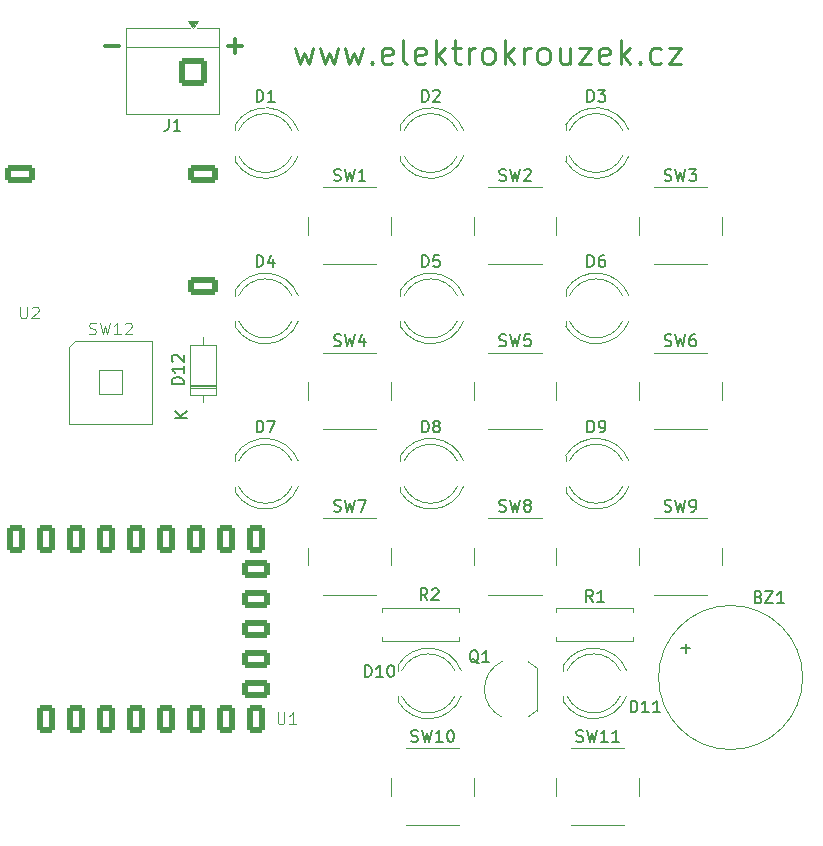
<source format=gto>
G04 #@! TF.GenerationSoftware,KiCad,Pcbnew,9.0.1*
G04 #@! TF.CreationDate,2025-06-15T19:26:54+02:00*
G04 #@! TF.ProjectId,piskvorky,7069736b-766f-4726-9b79-2e6b69636164,rev?*
G04 #@! TF.SameCoordinates,Original*
G04 #@! TF.FileFunction,Legend,Top*
G04 #@! TF.FilePolarity,Positive*
%FSLAX46Y46*%
G04 Gerber Fmt 4.6, Leading zero omitted, Abs format (unit mm)*
G04 Created by KiCad (PCBNEW 9.0.1) date 2025-06-15 19:26:54*
%MOMM*%
%LPD*%
G01*
G04 APERTURE LIST*
G04 Aperture macros list*
%AMRoundRect*
0 Rectangle with rounded corners*
0 $1 Rounding radius*
0 $2 $3 $4 $5 $6 $7 $8 $9 X,Y pos of 4 corners*
0 Add a 4 corners polygon primitive as box body*
4,1,4,$2,$3,$4,$5,$6,$7,$8,$9,$2,$3,0*
0 Add four circle primitives for the rounded corners*
1,1,$1+$1,$2,$3*
1,1,$1+$1,$4,$5*
1,1,$1+$1,$6,$7*
1,1,$1+$1,$8,$9*
0 Add four rect primitives between the rounded corners*
20,1,$1+$1,$2,$3,$4,$5,0*
20,1,$1+$1,$4,$5,$6,$7,0*
20,1,$1+$1,$6,$7,$8,$9,0*
20,1,$1+$1,$8,$9,$2,$3,0*%
%AMOutline4P*
0 Free polygon, 4 corners , with rotation*
0 The origin of the aperture is its center*
0 number of corners: always 4*
0 $1 to $8 corner X, Y*
0 $9 Rotation angle, in degrees counterclockwise*
0 create outline with 4 corners*
4,1,4,$1,$2,$3,$4,$5,$6,$7,$8,$1,$2,$9*%
G04 Aperture macros list end*
%ADD10C,0.300000*%
%ADD11C,0.260000*%
%ADD12C,0.150000*%
%ADD13C,0.100000*%
%ADD14C,0.120000*%
%ADD15C,3.250000*%
%ADD16R,1.000000X1.800000*%
%ADD17O,1.000000X1.800000*%
%ADD18C,2.000000*%
%ADD19R,2.000000X2.000000*%
%ADD20C,1.600000*%
%ADD21O,1.600000X1.600000*%
%ADD22R,1.524000X2.400000*%
%ADD23RoundRect,0.250000X0.512000X-0.950000X0.512000X0.950000X-0.512000X0.950000X-0.512000X-0.950000X0*%
%ADD24RoundRect,0.250000X0.950000X0.512000X-0.950000X0.512000X-0.950000X-0.512000X0.950000X-0.512000X0*%
%ADD25RoundRect,0.250000X-0.512000X0.950000X-0.512000X-0.950000X0.512000X-0.950000X0.512000X0.950000X0*%
%ADD26R,1.500000X1.500000*%
%ADD27C,1.500000*%
%ADD28Outline4P,-1.250000X0.762000X1.250000X0.762000X1.250000X-0.762000X-1.250000X-0.762000X0.000000*%
%ADD29RoundRect,0.250000X-1.000000X-0.512000X1.000000X-0.512000X1.000000X0.512000X-1.000000X0.512000X0*%
%ADD30R,1.600000X1.600000*%
%ADD31RoundRect,0.250001X0.949999X0.949999X-0.949999X0.949999X-0.949999X-0.949999X0.949999X-0.949999X0*%
%ADD32C,2.400000*%
G04 APERTURE END LIST*
D10*
X128354510Y-19779400D02*
X129497368Y-19779400D01*
X138754510Y-19779400D02*
X139897368Y-19779400D01*
X139325939Y-20350828D02*
X139325939Y-19207971D01*
D11*
X144456766Y-19958384D02*
X144837718Y-21291718D01*
X144837718Y-21291718D02*
X145218671Y-20339337D01*
X145218671Y-20339337D02*
X145599623Y-21291718D01*
X145599623Y-21291718D02*
X145980575Y-19958384D01*
X146552004Y-19958384D02*
X146932956Y-21291718D01*
X146932956Y-21291718D02*
X147313909Y-20339337D01*
X147313909Y-20339337D02*
X147694861Y-21291718D01*
X147694861Y-21291718D02*
X148075813Y-19958384D01*
X148647242Y-19958384D02*
X149028194Y-21291718D01*
X149028194Y-21291718D02*
X149409147Y-20339337D01*
X149409147Y-20339337D02*
X149790099Y-21291718D01*
X149790099Y-21291718D02*
X150171051Y-19958384D01*
X150932956Y-21101241D02*
X151028194Y-21196480D01*
X151028194Y-21196480D02*
X150932956Y-21291718D01*
X150932956Y-21291718D02*
X150837718Y-21196480D01*
X150837718Y-21196480D02*
X150932956Y-21101241D01*
X150932956Y-21101241D02*
X150932956Y-21291718D01*
X152647242Y-21196480D02*
X152456766Y-21291718D01*
X152456766Y-21291718D02*
X152075813Y-21291718D01*
X152075813Y-21291718D02*
X151885337Y-21196480D01*
X151885337Y-21196480D02*
X151790099Y-21006003D01*
X151790099Y-21006003D02*
X151790099Y-20244099D01*
X151790099Y-20244099D02*
X151885337Y-20053622D01*
X151885337Y-20053622D02*
X152075813Y-19958384D01*
X152075813Y-19958384D02*
X152456766Y-19958384D01*
X152456766Y-19958384D02*
X152647242Y-20053622D01*
X152647242Y-20053622D02*
X152742480Y-20244099D01*
X152742480Y-20244099D02*
X152742480Y-20434575D01*
X152742480Y-20434575D02*
X151790099Y-20625051D01*
X153885337Y-21291718D02*
X153694861Y-21196480D01*
X153694861Y-21196480D02*
X153599623Y-21006003D01*
X153599623Y-21006003D02*
X153599623Y-19291718D01*
X155409147Y-21196480D02*
X155218671Y-21291718D01*
X155218671Y-21291718D02*
X154837718Y-21291718D01*
X154837718Y-21291718D02*
X154647242Y-21196480D01*
X154647242Y-21196480D02*
X154552004Y-21006003D01*
X154552004Y-21006003D02*
X154552004Y-20244099D01*
X154552004Y-20244099D02*
X154647242Y-20053622D01*
X154647242Y-20053622D02*
X154837718Y-19958384D01*
X154837718Y-19958384D02*
X155218671Y-19958384D01*
X155218671Y-19958384D02*
X155409147Y-20053622D01*
X155409147Y-20053622D02*
X155504385Y-20244099D01*
X155504385Y-20244099D02*
X155504385Y-20434575D01*
X155504385Y-20434575D02*
X154552004Y-20625051D01*
X156361528Y-21291718D02*
X156361528Y-19291718D01*
X156552004Y-20529813D02*
X157123433Y-21291718D01*
X157123433Y-19958384D02*
X156361528Y-20720289D01*
X157694862Y-19958384D02*
X158456766Y-19958384D01*
X157980576Y-19291718D02*
X157980576Y-21006003D01*
X157980576Y-21006003D02*
X158075814Y-21196480D01*
X158075814Y-21196480D02*
X158266290Y-21291718D01*
X158266290Y-21291718D02*
X158456766Y-21291718D01*
X159123433Y-21291718D02*
X159123433Y-19958384D01*
X159123433Y-20339337D02*
X159218671Y-20148860D01*
X159218671Y-20148860D02*
X159313909Y-20053622D01*
X159313909Y-20053622D02*
X159504385Y-19958384D01*
X159504385Y-19958384D02*
X159694862Y-19958384D01*
X160647242Y-21291718D02*
X160456766Y-21196480D01*
X160456766Y-21196480D02*
X160361528Y-21101241D01*
X160361528Y-21101241D02*
X160266290Y-20910765D01*
X160266290Y-20910765D02*
X160266290Y-20339337D01*
X160266290Y-20339337D02*
X160361528Y-20148860D01*
X160361528Y-20148860D02*
X160456766Y-20053622D01*
X160456766Y-20053622D02*
X160647242Y-19958384D01*
X160647242Y-19958384D02*
X160932957Y-19958384D01*
X160932957Y-19958384D02*
X161123433Y-20053622D01*
X161123433Y-20053622D02*
X161218671Y-20148860D01*
X161218671Y-20148860D02*
X161313909Y-20339337D01*
X161313909Y-20339337D02*
X161313909Y-20910765D01*
X161313909Y-20910765D02*
X161218671Y-21101241D01*
X161218671Y-21101241D02*
X161123433Y-21196480D01*
X161123433Y-21196480D02*
X160932957Y-21291718D01*
X160932957Y-21291718D02*
X160647242Y-21291718D01*
X162171052Y-21291718D02*
X162171052Y-19291718D01*
X162361528Y-20529813D02*
X162932957Y-21291718D01*
X162932957Y-19958384D02*
X162171052Y-20720289D01*
X163790100Y-21291718D02*
X163790100Y-19958384D01*
X163790100Y-20339337D02*
X163885338Y-20148860D01*
X163885338Y-20148860D02*
X163980576Y-20053622D01*
X163980576Y-20053622D02*
X164171052Y-19958384D01*
X164171052Y-19958384D02*
X164361529Y-19958384D01*
X165313909Y-21291718D02*
X165123433Y-21196480D01*
X165123433Y-21196480D02*
X165028195Y-21101241D01*
X165028195Y-21101241D02*
X164932957Y-20910765D01*
X164932957Y-20910765D02*
X164932957Y-20339337D01*
X164932957Y-20339337D02*
X165028195Y-20148860D01*
X165028195Y-20148860D02*
X165123433Y-20053622D01*
X165123433Y-20053622D02*
X165313909Y-19958384D01*
X165313909Y-19958384D02*
X165599624Y-19958384D01*
X165599624Y-19958384D02*
X165790100Y-20053622D01*
X165790100Y-20053622D02*
X165885338Y-20148860D01*
X165885338Y-20148860D02*
X165980576Y-20339337D01*
X165980576Y-20339337D02*
X165980576Y-20910765D01*
X165980576Y-20910765D02*
X165885338Y-21101241D01*
X165885338Y-21101241D02*
X165790100Y-21196480D01*
X165790100Y-21196480D02*
X165599624Y-21291718D01*
X165599624Y-21291718D02*
X165313909Y-21291718D01*
X167694862Y-19958384D02*
X167694862Y-21291718D01*
X166837719Y-19958384D02*
X166837719Y-21006003D01*
X166837719Y-21006003D02*
X166932957Y-21196480D01*
X166932957Y-21196480D02*
X167123433Y-21291718D01*
X167123433Y-21291718D02*
X167409148Y-21291718D01*
X167409148Y-21291718D02*
X167599624Y-21196480D01*
X167599624Y-21196480D02*
X167694862Y-21101241D01*
X168456767Y-19958384D02*
X169504386Y-19958384D01*
X169504386Y-19958384D02*
X168456767Y-21291718D01*
X168456767Y-21291718D02*
X169504386Y-21291718D01*
X171028196Y-21196480D02*
X170837720Y-21291718D01*
X170837720Y-21291718D02*
X170456767Y-21291718D01*
X170456767Y-21291718D02*
X170266291Y-21196480D01*
X170266291Y-21196480D02*
X170171053Y-21006003D01*
X170171053Y-21006003D02*
X170171053Y-20244099D01*
X170171053Y-20244099D02*
X170266291Y-20053622D01*
X170266291Y-20053622D02*
X170456767Y-19958384D01*
X170456767Y-19958384D02*
X170837720Y-19958384D01*
X170837720Y-19958384D02*
X171028196Y-20053622D01*
X171028196Y-20053622D02*
X171123434Y-20244099D01*
X171123434Y-20244099D02*
X171123434Y-20434575D01*
X171123434Y-20434575D02*
X170171053Y-20625051D01*
X171980577Y-21291718D02*
X171980577Y-19291718D01*
X172171053Y-20529813D02*
X172742482Y-21291718D01*
X172742482Y-19958384D02*
X171980577Y-20720289D01*
X173599625Y-21101241D02*
X173694863Y-21196480D01*
X173694863Y-21196480D02*
X173599625Y-21291718D01*
X173599625Y-21291718D02*
X173504387Y-21196480D01*
X173504387Y-21196480D02*
X173599625Y-21101241D01*
X173599625Y-21101241D02*
X173599625Y-21291718D01*
X175409149Y-21196480D02*
X175218673Y-21291718D01*
X175218673Y-21291718D02*
X174837720Y-21291718D01*
X174837720Y-21291718D02*
X174647244Y-21196480D01*
X174647244Y-21196480D02*
X174552006Y-21101241D01*
X174552006Y-21101241D02*
X174456768Y-20910765D01*
X174456768Y-20910765D02*
X174456768Y-20339337D01*
X174456768Y-20339337D02*
X174552006Y-20148860D01*
X174552006Y-20148860D02*
X174647244Y-20053622D01*
X174647244Y-20053622D02*
X174837720Y-19958384D01*
X174837720Y-19958384D02*
X175218673Y-19958384D01*
X175218673Y-19958384D02*
X175409149Y-20053622D01*
X176075816Y-19958384D02*
X177123435Y-19958384D01*
X177123435Y-19958384D02*
X176075816Y-21291718D01*
X176075816Y-21291718D02*
X177123435Y-21291718D01*
D12*
X150335714Y-73204819D02*
X150335714Y-72204819D01*
X150335714Y-72204819D02*
X150573809Y-72204819D01*
X150573809Y-72204819D02*
X150716666Y-72252438D01*
X150716666Y-72252438D02*
X150811904Y-72347676D01*
X150811904Y-72347676D02*
X150859523Y-72442914D01*
X150859523Y-72442914D02*
X150907142Y-72633390D01*
X150907142Y-72633390D02*
X150907142Y-72776247D01*
X150907142Y-72776247D02*
X150859523Y-72966723D01*
X150859523Y-72966723D02*
X150811904Y-73061961D01*
X150811904Y-73061961D02*
X150716666Y-73157200D01*
X150716666Y-73157200D02*
X150573809Y-73204819D01*
X150573809Y-73204819D02*
X150335714Y-73204819D01*
X151859523Y-73204819D02*
X151288095Y-73204819D01*
X151573809Y-73204819D02*
X151573809Y-72204819D01*
X151573809Y-72204819D02*
X151478571Y-72347676D01*
X151478571Y-72347676D02*
X151383333Y-72442914D01*
X151383333Y-72442914D02*
X151288095Y-72490533D01*
X152478571Y-72204819D02*
X152573809Y-72204819D01*
X152573809Y-72204819D02*
X152669047Y-72252438D01*
X152669047Y-72252438D02*
X152716666Y-72300057D01*
X152716666Y-72300057D02*
X152764285Y-72395295D01*
X152764285Y-72395295D02*
X152811904Y-72585771D01*
X152811904Y-72585771D02*
X152811904Y-72823866D01*
X152811904Y-72823866D02*
X152764285Y-73014342D01*
X152764285Y-73014342D02*
X152716666Y-73109580D01*
X152716666Y-73109580D02*
X152669047Y-73157200D01*
X152669047Y-73157200D02*
X152573809Y-73204819D01*
X152573809Y-73204819D02*
X152478571Y-73204819D01*
X152478571Y-73204819D02*
X152383333Y-73157200D01*
X152383333Y-73157200D02*
X152335714Y-73109580D01*
X152335714Y-73109580D02*
X152288095Y-73014342D01*
X152288095Y-73014342D02*
X152240476Y-72823866D01*
X152240476Y-72823866D02*
X152240476Y-72585771D01*
X152240476Y-72585771D02*
X152288095Y-72395295D01*
X152288095Y-72395295D02*
X152335714Y-72300057D01*
X152335714Y-72300057D02*
X152383333Y-72252438D01*
X152383333Y-72252438D02*
X152478571Y-72204819D01*
X175716667Y-45157200D02*
X175859524Y-45204819D01*
X175859524Y-45204819D02*
X176097619Y-45204819D01*
X176097619Y-45204819D02*
X176192857Y-45157200D01*
X176192857Y-45157200D02*
X176240476Y-45109580D01*
X176240476Y-45109580D02*
X176288095Y-45014342D01*
X176288095Y-45014342D02*
X176288095Y-44919104D01*
X176288095Y-44919104D02*
X176240476Y-44823866D01*
X176240476Y-44823866D02*
X176192857Y-44776247D01*
X176192857Y-44776247D02*
X176097619Y-44728628D01*
X176097619Y-44728628D02*
X175907143Y-44681009D01*
X175907143Y-44681009D02*
X175811905Y-44633390D01*
X175811905Y-44633390D02*
X175764286Y-44585771D01*
X175764286Y-44585771D02*
X175716667Y-44490533D01*
X175716667Y-44490533D02*
X175716667Y-44395295D01*
X175716667Y-44395295D02*
X175764286Y-44300057D01*
X175764286Y-44300057D02*
X175811905Y-44252438D01*
X175811905Y-44252438D02*
X175907143Y-44204819D01*
X175907143Y-44204819D02*
X176145238Y-44204819D01*
X176145238Y-44204819D02*
X176288095Y-44252438D01*
X176621429Y-44204819D02*
X176859524Y-45204819D01*
X176859524Y-45204819D02*
X177050000Y-44490533D01*
X177050000Y-44490533D02*
X177240476Y-45204819D01*
X177240476Y-45204819D02*
X177478572Y-44204819D01*
X178288095Y-44204819D02*
X178097619Y-44204819D01*
X178097619Y-44204819D02*
X178002381Y-44252438D01*
X178002381Y-44252438D02*
X177954762Y-44300057D01*
X177954762Y-44300057D02*
X177859524Y-44442914D01*
X177859524Y-44442914D02*
X177811905Y-44633390D01*
X177811905Y-44633390D02*
X177811905Y-45014342D01*
X177811905Y-45014342D02*
X177859524Y-45109580D01*
X177859524Y-45109580D02*
X177907143Y-45157200D01*
X177907143Y-45157200D02*
X178002381Y-45204819D01*
X178002381Y-45204819D02*
X178192857Y-45204819D01*
X178192857Y-45204819D02*
X178288095Y-45157200D01*
X178288095Y-45157200D02*
X178335714Y-45109580D01*
X178335714Y-45109580D02*
X178383333Y-45014342D01*
X178383333Y-45014342D02*
X178383333Y-44776247D01*
X178383333Y-44776247D02*
X178335714Y-44681009D01*
X178335714Y-44681009D02*
X178288095Y-44633390D01*
X178288095Y-44633390D02*
X178192857Y-44585771D01*
X178192857Y-44585771D02*
X178002381Y-44585771D01*
X178002381Y-44585771D02*
X177907143Y-44633390D01*
X177907143Y-44633390D02*
X177859524Y-44681009D01*
X177859524Y-44681009D02*
X177811905Y-44776247D01*
X183669047Y-66431009D02*
X183811904Y-66478628D01*
X183811904Y-66478628D02*
X183859523Y-66526247D01*
X183859523Y-66526247D02*
X183907142Y-66621485D01*
X183907142Y-66621485D02*
X183907142Y-66764342D01*
X183907142Y-66764342D02*
X183859523Y-66859580D01*
X183859523Y-66859580D02*
X183811904Y-66907200D01*
X183811904Y-66907200D02*
X183716666Y-66954819D01*
X183716666Y-66954819D02*
X183335714Y-66954819D01*
X183335714Y-66954819D02*
X183335714Y-65954819D01*
X183335714Y-65954819D02*
X183669047Y-65954819D01*
X183669047Y-65954819D02*
X183764285Y-66002438D01*
X183764285Y-66002438D02*
X183811904Y-66050057D01*
X183811904Y-66050057D02*
X183859523Y-66145295D01*
X183859523Y-66145295D02*
X183859523Y-66240533D01*
X183859523Y-66240533D02*
X183811904Y-66335771D01*
X183811904Y-66335771D02*
X183764285Y-66383390D01*
X183764285Y-66383390D02*
X183669047Y-66431009D01*
X183669047Y-66431009D02*
X183335714Y-66431009D01*
X184240476Y-65954819D02*
X184907142Y-65954819D01*
X184907142Y-65954819D02*
X184240476Y-66954819D01*
X184240476Y-66954819D02*
X184907142Y-66954819D01*
X185811904Y-66954819D02*
X185240476Y-66954819D01*
X185526190Y-66954819D02*
X185526190Y-65954819D01*
X185526190Y-65954819D02*
X185430952Y-66097676D01*
X185430952Y-66097676D02*
X185335714Y-66192914D01*
X185335714Y-66192914D02*
X185240476Y-66240533D01*
X177109048Y-70783866D02*
X177870953Y-70783866D01*
X177490000Y-71164819D02*
X177490000Y-70402914D01*
X169166905Y-24494819D02*
X169166905Y-23494819D01*
X169166905Y-23494819D02*
X169405000Y-23494819D01*
X169405000Y-23494819D02*
X169547857Y-23542438D01*
X169547857Y-23542438D02*
X169643095Y-23637676D01*
X169643095Y-23637676D02*
X169690714Y-23732914D01*
X169690714Y-23732914D02*
X169738333Y-23923390D01*
X169738333Y-23923390D02*
X169738333Y-24066247D01*
X169738333Y-24066247D02*
X169690714Y-24256723D01*
X169690714Y-24256723D02*
X169643095Y-24351961D01*
X169643095Y-24351961D02*
X169547857Y-24447200D01*
X169547857Y-24447200D02*
X169405000Y-24494819D01*
X169405000Y-24494819D02*
X169166905Y-24494819D01*
X170071667Y-23494819D02*
X170690714Y-23494819D01*
X170690714Y-23494819D02*
X170357381Y-23875771D01*
X170357381Y-23875771D02*
X170500238Y-23875771D01*
X170500238Y-23875771D02*
X170595476Y-23923390D01*
X170595476Y-23923390D02*
X170643095Y-23971009D01*
X170643095Y-23971009D02*
X170690714Y-24066247D01*
X170690714Y-24066247D02*
X170690714Y-24304342D01*
X170690714Y-24304342D02*
X170643095Y-24399580D01*
X170643095Y-24399580D02*
X170595476Y-24447200D01*
X170595476Y-24447200D02*
X170500238Y-24494819D01*
X170500238Y-24494819D02*
X170214524Y-24494819D01*
X170214524Y-24494819D02*
X170119286Y-24447200D01*
X170119286Y-24447200D02*
X170071667Y-24399580D01*
X169633333Y-66834819D02*
X169300000Y-66358628D01*
X169061905Y-66834819D02*
X169061905Y-65834819D01*
X169061905Y-65834819D02*
X169442857Y-65834819D01*
X169442857Y-65834819D02*
X169538095Y-65882438D01*
X169538095Y-65882438D02*
X169585714Y-65930057D01*
X169585714Y-65930057D02*
X169633333Y-66025295D01*
X169633333Y-66025295D02*
X169633333Y-66168152D01*
X169633333Y-66168152D02*
X169585714Y-66263390D01*
X169585714Y-66263390D02*
X169538095Y-66311009D01*
X169538095Y-66311009D02*
X169442857Y-66358628D01*
X169442857Y-66358628D02*
X169061905Y-66358628D01*
X170585714Y-66834819D02*
X170014286Y-66834819D01*
X170300000Y-66834819D02*
X170300000Y-65834819D01*
X170300000Y-65834819D02*
X170204762Y-65977676D01*
X170204762Y-65977676D02*
X170109524Y-66072914D01*
X170109524Y-66072914D02*
X170014286Y-66120533D01*
X154240476Y-78657200D02*
X154383333Y-78704819D01*
X154383333Y-78704819D02*
X154621428Y-78704819D01*
X154621428Y-78704819D02*
X154716666Y-78657200D01*
X154716666Y-78657200D02*
X154764285Y-78609580D01*
X154764285Y-78609580D02*
X154811904Y-78514342D01*
X154811904Y-78514342D02*
X154811904Y-78419104D01*
X154811904Y-78419104D02*
X154764285Y-78323866D01*
X154764285Y-78323866D02*
X154716666Y-78276247D01*
X154716666Y-78276247D02*
X154621428Y-78228628D01*
X154621428Y-78228628D02*
X154430952Y-78181009D01*
X154430952Y-78181009D02*
X154335714Y-78133390D01*
X154335714Y-78133390D02*
X154288095Y-78085771D01*
X154288095Y-78085771D02*
X154240476Y-77990533D01*
X154240476Y-77990533D02*
X154240476Y-77895295D01*
X154240476Y-77895295D02*
X154288095Y-77800057D01*
X154288095Y-77800057D02*
X154335714Y-77752438D01*
X154335714Y-77752438D02*
X154430952Y-77704819D01*
X154430952Y-77704819D02*
X154669047Y-77704819D01*
X154669047Y-77704819D02*
X154811904Y-77752438D01*
X155145238Y-77704819D02*
X155383333Y-78704819D01*
X155383333Y-78704819D02*
X155573809Y-77990533D01*
X155573809Y-77990533D02*
X155764285Y-78704819D01*
X155764285Y-78704819D02*
X156002381Y-77704819D01*
X156907142Y-78704819D02*
X156335714Y-78704819D01*
X156621428Y-78704819D02*
X156621428Y-77704819D01*
X156621428Y-77704819D02*
X156526190Y-77847676D01*
X156526190Y-77847676D02*
X156430952Y-77942914D01*
X156430952Y-77942914D02*
X156335714Y-77990533D01*
X157526190Y-77704819D02*
X157621428Y-77704819D01*
X157621428Y-77704819D02*
X157716666Y-77752438D01*
X157716666Y-77752438D02*
X157764285Y-77800057D01*
X157764285Y-77800057D02*
X157811904Y-77895295D01*
X157811904Y-77895295D02*
X157859523Y-78085771D01*
X157859523Y-78085771D02*
X157859523Y-78323866D01*
X157859523Y-78323866D02*
X157811904Y-78514342D01*
X157811904Y-78514342D02*
X157764285Y-78609580D01*
X157764285Y-78609580D02*
X157716666Y-78657200D01*
X157716666Y-78657200D02*
X157621428Y-78704819D01*
X157621428Y-78704819D02*
X157526190Y-78704819D01*
X157526190Y-78704819D02*
X157430952Y-78657200D01*
X157430952Y-78657200D02*
X157383333Y-78609580D01*
X157383333Y-78609580D02*
X157335714Y-78514342D01*
X157335714Y-78514342D02*
X157288095Y-78323866D01*
X157288095Y-78323866D02*
X157288095Y-78085771D01*
X157288095Y-78085771D02*
X157335714Y-77895295D01*
X157335714Y-77895295D02*
X157383333Y-77800057D01*
X157383333Y-77800057D02*
X157430952Y-77752438D01*
X157430952Y-77752438D02*
X157526190Y-77704819D01*
X161716667Y-59157200D02*
X161859524Y-59204819D01*
X161859524Y-59204819D02*
X162097619Y-59204819D01*
X162097619Y-59204819D02*
X162192857Y-59157200D01*
X162192857Y-59157200D02*
X162240476Y-59109580D01*
X162240476Y-59109580D02*
X162288095Y-59014342D01*
X162288095Y-59014342D02*
X162288095Y-58919104D01*
X162288095Y-58919104D02*
X162240476Y-58823866D01*
X162240476Y-58823866D02*
X162192857Y-58776247D01*
X162192857Y-58776247D02*
X162097619Y-58728628D01*
X162097619Y-58728628D02*
X161907143Y-58681009D01*
X161907143Y-58681009D02*
X161811905Y-58633390D01*
X161811905Y-58633390D02*
X161764286Y-58585771D01*
X161764286Y-58585771D02*
X161716667Y-58490533D01*
X161716667Y-58490533D02*
X161716667Y-58395295D01*
X161716667Y-58395295D02*
X161764286Y-58300057D01*
X161764286Y-58300057D02*
X161811905Y-58252438D01*
X161811905Y-58252438D02*
X161907143Y-58204819D01*
X161907143Y-58204819D02*
X162145238Y-58204819D01*
X162145238Y-58204819D02*
X162288095Y-58252438D01*
X162621429Y-58204819D02*
X162859524Y-59204819D01*
X162859524Y-59204819D02*
X163050000Y-58490533D01*
X163050000Y-58490533D02*
X163240476Y-59204819D01*
X163240476Y-59204819D02*
X163478572Y-58204819D01*
X164002381Y-58633390D02*
X163907143Y-58585771D01*
X163907143Y-58585771D02*
X163859524Y-58538152D01*
X163859524Y-58538152D02*
X163811905Y-58442914D01*
X163811905Y-58442914D02*
X163811905Y-58395295D01*
X163811905Y-58395295D02*
X163859524Y-58300057D01*
X163859524Y-58300057D02*
X163907143Y-58252438D01*
X163907143Y-58252438D02*
X164002381Y-58204819D01*
X164002381Y-58204819D02*
X164192857Y-58204819D01*
X164192857Y-58204819D02*
X164288095Y-58252438D01*
X164288095Y-58252438D02*
X164335714Y-58300057D01*
X164335714Y-58300057D02*
X164383333Y-58395295D01*
X164383333Y-58395295D02*
X164383333Y-58442914D01*
X164383333Y-58442914D02*
X164335714Y-58538152D01*
X164335714Y-58538152D02*
X164288095Y-58585771D01*
X164288095Y-58585771D02*
X164192857Y-58633390D01*
X164192857Y-58633390D02*
X164002381Y-58633390D01*
X164002381Y-58633390D02*
X163907143Y-58681009D01*
X163907143Y-58681009D02*
X163859524Y-58728628D01*
X163859524Y-58728628D02*
X163811905Y-58823866D01*
X163811905Y-58823866D02*
X163811905Y-59014342D01*
X163811905Y-59014342D02*
X163859524Y-59109580D01*
X163859524Y-59109580D02*
X163907143Y-59157200D01*
X163907143Y-59157200D02*
X164002381Y-59204819D01*
X164002381Y-59204819D02*
X164192857Y-59204819D01*
X164192857Y-59204819D02*
X164288095Y-59157200D01*
X164288095Y-59157200D02*
X164335714Y-59109580D01*
X164335714Y-59109580D02*
X164383333Y-59014342D01*
X164383333Y-59014342D02*
X164383333Y-58823866D01*
X164383333Y-58823866D02*
X164335714Y-58728628D01*
X164335714Y-58728628D02*
X164288095Y-58681009D01*
X164288095Y-58681009D02*
X164192857Y-58633390D01*
X147716667Y-59157200D02*
X147859524Y-59204819D01*
X147859524Y-59204819D02*
X148097619Y-59204819D01*
X148097619Y-59204819D02*
X148192857Y-59157200D01*
X148192857Y-59157200D02*
X148240476Y-59109580D01*
X148240476Y-59109580D02*
X148288095Y-59014342D01*
X148288095Y-59014342D02*
X148288095Y-58919104D01*
X148288095Y-58919104D02*
X148240476Y-58823866D01*
X148240476Y-58823866D02*
X148192857Y-58776247D01*
X148192857Y-58776247D02*
X148097619Y-58728628D01*
X148097619Y-58728628D02*
X147907143Y-58681009D01*
X147907143Y-58681009D02*
X147811905Y-58633390D01*
X147811905Y-58633390D02*
X147764286Y-58585771D01*
X147764286Y-58585771D02*
X147716667Y-58490533D01*
X147716667Y-58490533D02*
X147716667Y-58395295D01*
X147716667Y-58395295D02*
X147764286Y-58300057D01*
X147764286Y-58300057D02*
X147811905Y-58252438D01*
X147811905Y-58252438D02*
X147907143Y-58204819D01*
X147907143Y-58204819D02*
X148145238Y-58204819D01*
X148145238Y-58204819D02*
X148288095Y-58252438D01*
X148621429Y-58204819D02*
X148859524Y-59204819D01*
X148859524Y-59204819D02*
X149050000Y-58490533D01*
X149050000Y-58490533D02*
X149240476Y-59204819D01*
X149240476Y-59204819D02*
X149478572Y-58204819D01*
X149764286Y-58204819D02*
X150430952Y-58204819D01*
X150430952Y-58204819D02*
X150002381Y-59204819D01*
X161716667Y-45157200D02*
X161859524Y-45204819D01*
X161859524Y-45204819D02*
X162097619Y-45204819D01*
X162097619Y-45204819D02*
X162192857Y-45157200D01*
X162192857Y-45157200D02*
X162240476Y-45109580D01*
X162240476Y-45109580D02*
X162288095Y-45014342D01*
X162288095Y-45014342D02*
X162288095Y-44919104D01*
X162288095Y-44919104D02*
X162240476Y-44823866D01*
X162240476Y-44823866D02*
X162192857Y-44776247D01*
X162192857Y-44776247D02*
X162097619Y-44728628D01*
X162097619Y-44728628D02*
X161907143Y-44681009D01*
X161907143Y-44681009D02*
X161811905Y-44633390D01*
X161811905Y-44633390D02*
X161764286Y-44585771D01*
X161764286Y-44585771D02*
X161716667Y-44490533D01*
X161716667Y-44490533D02*
X161716667Y-44395295D01*
X161716667Y-44395295D02*
X161764286Y-44300057D01*
X161764286Y-44300057D02*
X161811905Y-44252438D01*
X161811905Y-44252438D02*
X161907143Y-44204819D01*
X161907143Y-44204819D02*
X162145238Y-44204819D01*
X162145238Y-44204819D02*
X162288095Y-44252438D01*
X162621429Y-44204819D02*
X162859524Y-45204819D01*
X162859524Y-45204819D02*
X163050000Y-44490533D01*
X163050000Y-44490533D02*
X163240476Y-45204819D01*
X163240476Y-45204819D02*
X163478572Y-44204819D01*
X164335714Y-44204819D02*
X163859524Y-44204819D01*
X163859524Y-44204819D02*
X163811905Y-44681009D01*
X163811905Y-44681009D02*
X163859524Y-44633390D01*
X163859524Y-44633390D02*
X163954762Y-44585771D01*
X163954762Y-44585771D02*
X164192857Y-44585771D01*
X164192857Y-44585771D02*
X164288095Y-44633390D01*
X164288095Y-44633390D02*
X164335714Y-44681009D01*
X164335714Y-44681009D02*
X164383333Y-44776247D01*
X164383333Y-44776247D02*
X164383333Y-45014342D01*
X164383333Y-45014342D02*
X164335714Y-45109580D01*
X164335714Y-45109580D02*
X164288095Y-45157200D01*
X164288095Y-45157200D02*
X164192857Y-45204819D01*
X164192857Y-45204819D02*
X163954762Y-45204819D01*
X163954762Y-45204819D02*
X163859524Y-45157200D01*
X163859524Y-45157200D02*
X163811905Y-45109580D01*
D13*
X142948095Y-76207419D02*
X142948095Y-77016942D01*
X142948095Y-77016942D02*
X142995714Y-77112180D01*
X142995714Y-77112180D02*
X143043333Y-77159800D01*
X143043333Y-77159800D02*
X143138571Y-77207419D01*
X143138571Y-77207419D02*
X143329047Y-77207419D01*
X143329047Y-77207419D02*
X143424285Y-77159800D01*
X143424285Y-77159800D02*
X143471904Y-77112180D01*
X143471904Y-77112180D02*
X143519523Y-77016942D01*
X143519523Y-77016942D02*
X143519523Y-76207419D01*
X144519523Y-77207419D02*
X143948095Y-77207419D01*
X144233809Y-77207419D02*
X144233809Y-76207419D01*
X144233809Y-76207419D02*
X144138571Y-76350276D01*
X144138571Y-76350276D02*
X144043333Y-76445514D01*
X144043333Y-76445514D02*
X143948095Y-76493133D01*
D12*
X155633333Y-66704819D02*
X155300000Y-66228628D01*
X155061905Y-66704819D02*
X155061905Y-65704819D01*
X155061905Y-65704819D02*
X155442857Y-65704819D01*
X155442857Y-65704819D02*
X155538095Y-65752438D01*
X155538095Y-65752438D02*
X155585714Y-65800057D01*
X155585714Y-65800057D02*
X155633333Y-65895295D01*
X155633333Y-65895295D02*
X155633333Y-66038152D01*
X155633333Y-66038152D02*
X155585714Y-66133390D01*
X155585714Y-66133390D02*
X155538095Y-66181009D01*
X155538095Y-66181009D02*
X155442857Y-66228628D01*
X155442857Y-66228628D02*
X155061905Y-66228628D01*
X156014286Y-65800057D02*
X156061905Y-65752438D01*
X156061905Y-65752438D02*
X156157143Y-65704819D01*
X156157143Y-65704819D02*
X156395238Y-65704819D01*
X156395238Y-65704819D02*
X156490476Y-65752438D01*
X156490476Y-65752438D02*
X156538095Y-65800057D01*
X156538095Y-65800057D02*
X156585714Y-65895295D01*
X156585714Y-65895295D02*
X156585714Y-65990533D01*
X156585714Y-65990533D02*
X156538095Y-66133390D01*
X156538095Y-66133390D02*
X155966667Y-66704819D01*
X155966667Y-66704819D02*
X156585714Y-66704819D01*
X169166905Y-38494819D02*
X169166905Y-37494819D01*
X169166905Y-37494819D02*
X169405000Y-37494819D01*
X169405000Y-37494819D02*
X169547857Y-37542438D01*
X169547857Y-37542438D02*
X169643095Y-37637676D01*
X169643095Y-37637676D02*
X169690714Y-37732914D01*
X169690714Y-37732914D02*
X169738333Y-37923390D01*
X169738333Y-37923390D02*
X169738333Y-38066247D01*
X169738333Y-38066247D02*
X169690714Y-38256723D01*
X169690714Y-38256723D02*
X169643095Y-38351961D01*
X169643095Y-38351961D02*
X169547857Y-38447200D01*
X169547857Y-38447200D02*
X169405000Y-38494819D01*
X169405000Y-38494819D02*
X169166905Y-38494819D01*
X170595476Y-37494819D02*
X170405000Y-37494819D01*
X170405000Y-37494819D02*
X170309762Y-37542438D01*
X170309762Y-37542438D02*
X170262143Y-37590057D01*
X170262143Y-37590057D02*
X170166905Y-37732914D01*
X170166905Y-37732914D02*
X170119286Y-37923390D01*
X170119286Y-37923390D02*
X170119286Y-38304342D01*
X170119286Y-38304342D02*
X170166905Y-38399580D01*
X170166905Y-38399580D02*
X170214524Y-38447200D01*
X170214524Y-38447200D02*
X170309762Y-38494819D01*
X170309762Y-38494819D02*
X170500238Y-38494819D01*
X170500238Y-38494819D02*
X170595476Y-38447200D01*
X170595476Y-38447200D02*
X170643095Y-38399580D01*
X170643095Y-38399580D02*
X170690714Y-38304342D01*
X170690714Y-38304342D02*
X170690714Y-38066247D01*
X170690714Y-38066247D02*
X170643095Y-37971009D01*
X170643095Y-37971009D02*
X170595476Y-37923390D01*
X170595476Y-37923390D02*
X170500238Y-37875771D01*
X170500238Y-37875771D02*
X170309762Y-37875771D01*
X170309762Y-37875771D02*
X170214524Y-37923390D01*
X170214524Y-37923390D02*
X170166905Y-37971009D01*
X170166905Y-37971009D02*
X170119286Y-38066247D01*
X168240476Y-78657200D02*
X168383333Y-78704819D01*
X168383333Y-78704819D02*
X168621428Y-78704819D01*
X168621428Y-78704819D02*
X168716666Y-78657200D01*
X168716666Y-78657200D02*
X168764285Y-78609580D01*
X168764285Y-78609580D02*
X168811904Y-78514342D01*
X168811904Y-78514342D02*
X168811904Y-78419104D01*
X168811904Y-78419104D02*
X168764285Y-78323866D01*
X168764285Y-78323866D02*
X168716666Y-78276247D01*
X168716666Y-78276247D02*
X168621428Y-78228628D01*
X168621428Y-78228628D02*
X168430952Y-78181009D01*
X168430952Y-78181009D02*
X168335714Y-78133390D01*
X168335714Y-78133390D02*
X168288095Y-78085771D01*
X168288095Y-78085771D02*
X168240476Y-77990533D01*
X168240476Y-77990533D02*
X168240476Y-77895295D01*
X168240476Y-77895295D02*
X168288095Y-77800057D01*
X168288095Y-77800057D02*
X168335714Y-77752438D01*
X168335714Y-77752438D02*
X168430952Y-77704819D01*
X168430952Y-77704819D02*
X168669047Y-77704819D01*
X168669047Y-77704819D02*
X168811904Y-77752438D01*
X169145238Y-77704819D02*
X169383333Y-78704819D01*
X169383333Y-78704819D02*
X169573809Y-77990533D01*
X169573809Y-77990533D02*
X169764285Y-78704819D01*
X169764285Y-78704819D02*
X170002381Y-77704819D01*
X170907142Y-78704819D02*
X170335714Y-78704819D01*
X170621428Y-78704819D02*
X170621428Y-77704819D01*
X170621428Y-77704819D02*
X170526190Y-77847676D01*
X170526190Y-77847676D02*
X170430952Y-77942914D01*
X170430952Y-77942914D02*
X170335714Y-77990533D01*
X171859523Y-78704819D02*
X171288095Y-78704819D01*
X171573809Y-78704819D02*
X171573809Y-77704819D01*
X171573809Y-77704819D02*
X171478571Y-77847676D01*
X171478571Y-77847676D02*
X171383333Y-77942914D01*
X171383333Y-77942914D02*
X171288095Y-77990533D01*
X159954761Y-72050057D02*
X159859523Y-72002438D01*
X159859523Y-72002438D02*
X159764285Y-71907200D01*
X159764285Y-71907200D02*
X159621428Y-71764342D01*
X159621428Y-71764342D02*
X159526190Y-71716723D01*
X159526190Y-71716723D02*
X159430952Y-71716723D01*
X159478571Y-71954819D02*
X159383333Y-71907200D01*
X159383333Y-71907200D02*
X159288095Y-71811961D01*
X159288095Y-71811961D02*
X159240476Y-71621485D01*
X159240476Y-71621485D02*
X159240476Y-71288152D01*
X159240476Y-71288152D02*
X159288095Y-71097676D01*
X159288095Y-71097676D02*
X159383333Y-71002438D01*
X159383333Y-71002438D02*
X159478571Y-70954819D01*
X159478571Y-70954819D02*
X159669047Y-70954819D01*
X159669047Y-70954819D02*
X159764285Y-71002438D01*
X159764285Y-71002438D02*
X159859523Y-71097676D01*
X159859523Y-71097676D02*
X159907142Y-71288152D01*
X159907142Y-71288152D02*
X159907142Y-71621485D01*
X159907142Y-71621485D02*
X159859523Y-71811961D01*
X159859523Y-71811961D02*
X159764285Y-71907200D01*
X159764285Y-71907200D02*
X159669047Y-71954819D01*
X159669047Y-71954819D02*
X159478571Y-71954819D01*
X160859523Y-71954819D02*
X160288095Y-71954819D01*
X160573809Y-71954819D02*
X160573809Y-70954819D01*
X160573809Y-70954819D02*
X160478571Y-71097676D01*
X160478571Y-71097676D02*
X160383333Y-71192914D01*
X160383333Y-71192914D02*
X160288095Y-71240533D01*
X155166905Y-24494819D02*
X155166905Y-23494819D01*
X155166905Y-23494819D02*
X155405000Y-23494819D01*
X155405000Y-23494819D02*
X155547857Y-23542438D01*
X155547857Y-23542438D02*
X155643095Y-23637676D01*
X155643095Y-23637676D02*
X155690714Y-23732914D01*
X155690714Y-23732914D02*
X155738333Y-23923390D01*
X155738333Y-23923390D02*
X155738333Y-24066247D01*
X155738333Y-24066247D02*
X155690714Y-24256723D01*
X155690714Y-24256723D02*
X155643095Y-24351961D01*
X155643095Y-24351961D02*
X155547857Y-24447200D01*
X155547857Y-24447200D02*
X155405000Y-24494819D01*
X155405000Y-24494819D02*
X155166905Y-24494819D01*
X156119286Y-23590057D02*
X156166905Y-23542438D01*
X156166905Y-23542438D02*
X156262143Y-23494819D01*
X156262143Y-23494819D02*
X156500238Y-23494819D01*
X156500238Y-23494819D02*
X156595476Y-23542438D01*
X156595476Y-23542438D02*
X156643095Y-23590057D01*
X156643095Y-23590057D02*
X156690714Y-23685295D01*
X156690714Y-23685295D02*
X156690714Y-23780533D01*
X156690714Y-23780533D02*
X156643095Y-23923390D01*
X156643095Y-23923390D02*
X156071667Y-24494819D01*
X156071667Y-24494819D02*
X156690714Y-24494819D01*
X161716667Y-31157200D02*
X161859524Y-31204819D01*
X161859524Y-31204819D02*
X162097619Y-31204819D01*
X162097619Y-31204819D02*
X162192857Y-31157200D01*
X162192857Y-31157200D02*
X162240476Y-31109580D01*
X162240476Y-31109580D02*
X162288095Y-31014342D01*
X162288095Y-31014342D02*
X162288095Y-30919104D01*
X162288095Y-30919104D02*
X162240476Y-30823866D01*
X162240476Y-30823866D02*
X162192857Y-30776247D01*
X162192857Y-30776247D02*
X162097619Y-30728628D01*
X162097619Y-30728628D02*
X161907143Y-30681009D01*
X161907143Y-30681009D02*
X161811905Y-30633390D01*
X161811905Y-30633390D02*
X161764286Y-30585771D01*
X161764286Y-30585771D02*
X161716667Y-30490533D01*
X161716667Y-30490533D02*
X161716667Y-30395295D01*
X161716667Y-30395295D02*
X161764286Y-30300057D01*
X161764286Y-30300057D02*
X161811905Y-30252438D01*
X161811905Y-30252438D02*
X161907143Y-30204819D01*
X161907143Y-30204819D02*
X162145238Y-30204819D01*
X162145238Y-30204819D02*
X162288095Y-30252438D01*
X162621429Y-30204819D02*
X162859524Y-31204819D01*
X162859524Y-31204819D02*
X163050000Y-30490533D01*
X163050000Y-30490533D02*
X163240476Y-31204819D01*
X163240476Y-31204819D02*
X163478572Y-30204819D01*
X163811905Y-30300057D02*
X163859524Y-30252438D01*
X163859524Y-30252438D02*
X163954762Y-30204819D01*
X163954762Y-30204819D02*
X164192857Y-30204819D01*
X164192857Y-30204819D02*
X164288095Y-30252438D01*
X164288095Y-30252438D02*
X164335714Y-30300057D01*
X164335714Y-30300057D02*
X164383333Y-30395295D01*
X164383333Y-30395295D02*
X164383333Y-30490533D01*
X164383333Y-30490533D02*
X164335714Y-30633390D01*
X164335714Y-30633390D02*
X163764286Y-31204819D01*
X163764286Y-31204819D02*
X164383333Y-31204819D01*
D13*
X121150595Y-41844919D02*
X121150595Y-42654442D01*
X121150595Y-42654442D02*
X121198214Y-42749680D01*
X121198214Y-42749680D02*
X121245833Y-42797300D01*
X121245833Y-42797300D02*
X121341071Y-42844919D01*
X121341071Y-42844919D02*
X121531547Y-42844919D01*
X121531547Y-42844919D02*
X121626785Y-42797300D01*
X121626785Y-42797300D02*
X121674404Y-42749680D01*
X121674404Y-42749680D02*
X121722023Y-42654442D01*
X121722023Y-42654442D02*
X121722023Y-41844919D01*
X122150595Y-41940157D02*
X122198214Y-41892538D01*
X122198214Y-41892538D02*
X122293452Y-41844919D01*
X122293452Y-41844919D02*
X122531547Y-41844919D01*
X122531547Y-41844919D02*
X122626785Y-41892538D01*
X122626785Y-41892538D02*
X122674404Y-41940157D01*
X122674404Y-41940157D02*
X122722023Y-42035395D01*
X122722023Y-42035395D02*
X122722023Y-42130633D01*
X122722023Y-42130633D02*
X122674404Y-42273490D01*
X122674404Y-42273490D02*
X122102976Y-42844919D01*
X122102976Y-42844919D02*
X122722023Y-42844919D01*
D12*
X134979024Y-48408567D02*
X133979024Y-48408567D01*
X133979024Y-48408567D02*
X133979024Y-48170472D01*
X133979024Y-48170472D02*
X134026643Y-48027615D01*
X134026643Y-48027615D02*
X134121881Y-47932377D01*
X134121881Y-47932377D02*
X134217119Y-47884758D01*
X134217119Y-47884758D02*
X134407595Y-47837139D01*
X134407595Y-47837139D02*
X134550452Y-47837139D01*
X134550452Y-47837139D02*
X134740928Y-47884758D01*
X134740928Y-47884758D02*
X134836166Y-47932377D01*
X134836166Y-47932377D02*
X134931405Y-48027615D01*
X134931405Y-48027615D02*
X134979024Y-48170472D01*
X134979024Y-48170472D02*
X134979024Y-48408567D01*
X134979024Y-46884758D02*
X134979024Y-47456186D01*
X134979024Y-47170472D02*
X133979024Y-47170472D01*
X133979024Y-47170472D02*
X134121881Y-47265710D01*
X134121881Y-47265710D02*
X134217119Y-47360948D01*
X134217119Y-47360948D02*
X134264738Y-47456186D01*
X134074262Y-46503805D02*
X134026643Y-46456186D01*
X134026643Y-46456186D02*
X133979024Y-46360948D01*
X133979024Y-46360948D02*
X133979024Y-46122853D01*
X133979024Y-46122853D02*
X134026643Y-46027615D01*
X134026643Y-46027615D02*
X134074262Y-45979996D01*
X134074262Y-45979996D02*
X134169500Y-45932377D01*
X134169500Y-45932377D02*
X134264738Y-45932377D01*
X134264738Y-45932377D02*
X134407595Y-45979996D01*
X134407595Y-45979996D02*
X134979024Y-46551424D01*
X134979024Y-46551424D02*
X134979024Y-45932377D01*
X135299024Y-51266186D02*
X134299024Y-51266186D01*
X135299024Y-50694758D02*
X134727595Y-51123329D01*
X134299024Y-50694758D02*
X134870452Y-51266186D01*
X147716667Y-31157200D02*
X147859524Y-31204819D01*
X147859524Y-31204819D02*
X148097619Y-31204819D01*
X148097619Y-31204819D02*
X148192857Y-31157200D01*
X148192857Y-31157200D02*
X148240476Y-31109580D01*
X148240476Y-31109580D02*
X148288095Y-31014342D01*
X148288095Y-31014342D02*
X148288095Y-30919104D01*
X148288095Y-30919104D02*
X148240476Y-30823866D01*
X148240476Y-30823866D02*
X148192857Y-30776247D01*
X148192857Y-30776247D02*
X148097619Y-30728628D01*
X148097619Y-30728628D02*
X147907143Y-30681009D01*
X147907143Y-30681009D02*
X147811905Y-30633390D01*
X147811905Y-30633390D02*
X147764286Y-30585771D01*
X147764286Y-30585771D02*
X147716667Y-30490533D01*
X147716667Y-30490533D02*
X147716667Y-30395295D01*
X147716667Y-30395295D02*
X147764286Y-30300057D01*
X147764286Y-30300057D02*
X147811905Y-30252438D01*
X147811905Y-30252438D02*
X147907143Y-30204819D01*
X147907143Y-30204819D02*
X148145238Y-30204819D01*
X148145238Y-30204819D02*
X148288095Y-30252438D01*
X148621429Y-30204819D02*
X148859524Y-31204819D01*
X148859524Y-31204819D02*
X149050000Y-30490533D01*
X149050000Y-30490533D02*
X149240476Y-31204819D01*
X149240476Y-31204819D02*
X149478572Y-30204819D01*
X150383333Y-31204819D02*
X149811905Y-31204819D01*
X150097619Y-31204819D02*
X150097619Y-30204819D01*
X150097619Y-30204819D02*
X150002381Y-30347676D01*
X150002381Y-30347676D02*
X149907143Y-30442914D01*
X149907143Y-30442914D02*
X149811905Y-30490533D01*
X175716667Y-31157200D02*
X175859524Y-31204819D01*
X175859524Y-31204819D02*
X176097619Y-31204819D01*
X176097619Y-31204819D02*
X176192857Y-31157200D01*
X176192857Y-31157200D02*
X176240476Y-31109580D01*
X176240476Y-31109580D02*
X176288095Y-31014342D01*
X176288095Y-31014342D02*
X176288095Y-30919104D01*
X176288095Y-30919104D02*
X176240476Y-30823866D01*
X176240476Y-30823866D02*
X176192857Y-30776247D01*
X176192857Y-30776247D02*
X176097619Y-30728628D01*
X176097619Y-30728628D02*
X175907143Y-30681009D01*
X175907143Y-30681009D02*
X175811905Y-30633390D01*
X175811905Y-30633390D02*
X175764286Y-30585771D01*
X175764286Y-30585771D02*
X175716667Y-30490533D01*
X175716667Y-30490533D02*
X175716667Y-30395295D01*
X175716667Y-30395295D02*
X175764286Y-30300057D01*
X175764286Y-30300057D02*
X175811905Y-30252438D01*
X175811905Y-30252438D02*
X175907143Y-30204819D01*
X175907143Y-30204819D02*
X176145238Y-30204819D01*
X176145238Y-30204819D02*
X176288095Y-30252438D01*
X176621429Y-30204819D02*
X176859524Y-31204819D01*
X176859524Y-31204819D02*
X177050000Y-30490533D01*
X177050000Y-30490533D02*
X177240476Y-31204819D01*
X177240476Y-31204819D02*
X177478572Y-30204819D01*
X177764286Y-30204819D02*
X178383333Y-30204819D01*
X178383333Y-30204819D02*
X178050000Y-30585771D01*
X178050000Y-30585771D02*
X178192857Y-30585771D01*
X178192857Y-30585771D02*
X178288095Y-30633390D01*
X178288095Y-30633390D02*
X178335714Y-30681009D01*
X178335714Y-30681009D02*
X178383333Y-30776247D01*
X178383333Y-30776247D02*
X178383333Y-31014342D01*
X178383333Y-31014342D02*
X178335714Y-31109580D01*
X178335714Y-31109580D02*
X178288095Y-31157200D01*
X178288095Y-31157200D02*
X178192857Y-31204819D01*
X178192857Y-31204819D02*
X177907143Y-31204819D01*
X177907143Y-31204819D02*
X177811905Y-31157200D01*
X177811905Y-31157200D02*
X177764286Y-31109580D01*
X141166905Y-24494819D02*
X141166905Y-23494819D01*
X141166905Y-23494819D02*
X141405000Y-23494819D01*
X141405000Y-23494819D02*
X141547857Y-23542438D01*
X141547857Y-23542438D02*
X141643095Y-23637676D01*
X141643095Y-23637676D02*
X141690714Y-23732914D01*
X141690714Y-23732914D02*
X141738333Y-23923390D01*
X141738333Y-23923390D02*
X141738333Y-24066247D01*
X141738333Y-24066247D02*
X141690714Y-24256723D01*
X141690714Y-24256723D02*
X141643095Y-24351961D01*
X141643095Y-24351961D02*
X141547857Y-24447200D01*
X141547857Y-24447200D02*
X141405000Y-24494819D01*
X141405000Y-24494819D02*
X141166905Y-24494819D01*
X142690714Y-24494819D02*
X142119286Y-24494819D01*
X142405000Y-24494819D02*
X142405000Y-23494819D01*
X142405000Y-23494819D02*
X142309762Y-23637676D01*
X142309762Y-23637676D02*
X142214524Y-23732914D01*
X142214524Y-23732914D02*
X142119286Y-23780533D01*
X155166905Y-38494819D02*
X155166905Y-37494819D01*
X155166905Y-37494819D02*
X155405000Y-37494819D01*
X155405000Y-37494819D02*
X155547857Y-37542438D01*
X155547857Y-37542438D02*
X155643095Y-37637676D01*
X155643095Y-37637676D02*
X155690714Y-37732914D01*
X155690714Y-37732914D02*
X155738333Y-37923390D01*
X155738333Y-37923390D02*
X155738333Y-38066247D01*
X155738333Y-38066247D02*
X155690714Y-38256723D01*
X155690714Y-38256723D02*
X155643095Y-38351961D01*
X155643095Y-38351961D02*
X155547857Y-38447200D01*
X155547857Y-38447200D02*
X155405000Y-38494819D01*
X155405000Y-38494819D02*
X155166905Y-38494819D01*
X156643095Y-37494819D02*
X156166905Y-37494819D01*
X156166905Y-37494819D02*
X156119286Y-37971009D01*
X156119286Y-37971009D02*
X156166905Y-37923390D01*
X156166905Y-37923390D02*
X156262143Y-37875771D01*
X156262143Y-37875771D02*
X156500238Y-37875771D01*
X156500238Y-37875771D02*
X156595476Y-37923390D01*
X156595476Y-37923390D02*
X156643095Y-37971009D01*
X156643095Y-37971009D02*
X156690714Y-38066247D01*
X156690714Y-38066247D02*
X156690714Y-38304342D01*
X156690714Y-38304342D02*
X156643095Y-38399580D01*
X156643095Y-38399580D02*
X156595476Y-38447200D01*
X156595476Y-38447200D02*
X156500238Y-38494819D01*
X156500238Y-38494819D02*
X156262143Y-38494819D01*
X156262143Y-38494819D02*
X156166905Y-38447200D01*
X156166905Y-38447200D02*
X156119286Y-38399580D01*
D13*
X126990476Y-44159800D02*
X127133333Y-44207419D01*
X127133333Y-44207419D02*
X127371428Y-44207419D01*
X127371428Y-44207419D02*
X127466666Y-44159800D01*
X127466666Y-44159800D02*
X127514285Y-44112180D01*
X127514285Y-44112180D02*
X127561904Y-44016942D01*
X127561904Y-44016942D02*
X127561904Y-43921704D01*
X127561904Y-43921704D02*
X127514285Y-43826466D01*
X127514285Y-43826466D02*
X127466666Y-43778847D01*
X127466666Y-43778847D02*
X127371428Y-43731228D01*
X127371428Y-43731228D02*
X127180952Y-43683609D01*
X127180952Y-43683609D02*
X127085714Y-43635990D01*
X127085714Y-43635990D02*
X127038095Y-43588371D01*
X127038095Y-43588371D02*
X126990476Y-43493133D01*
X126990476Y-43493133D02*
X126990476Y-43397895D01*
X126990476Y-43397895D02*
X127038095Y-43302657D01*
X127038095Y-43302657D02*
X127085714Y-43255038D01*
X127085714Y-43255038D02*
X127180952Y-43207419D01*
X127180952Y-43207419D02*
X127419047Y-43207419D01*
X127419047Y-43207419D02*
X127561904Y-43255038D01*
X127895238Y-43207419D02*
X128133333Y-44207419D01*
X128133333Y-44207419D02*
X128323809Y-43493133D01*
X128323809Y-43493133D02*
X128514285Y-44207419D01*
X128514285Y-44207419D02*
X128752381Y-43207419D01*
X129657142Y-44207419D02*
X129085714Y-44207419D01*
X129371428Y-44207419D02*
X129371428Y-43207419D01*
X129371428Y-43207419D02*
X129276190Y-43350276D01*
X129276190Y-43350276D02*
X129180952Y-43445514D01*
X129180952Y-43445514D02*
X129085714Y-43493133D01*
X130038095Y-43302657D02*
X130085714Y-43255038D01*
X130085714Y-43255038D02*
X130180952Y-43207419D01*
X130180952Y-43207419D02*
X130419047Y-43207419D01*
X130419047Y-43207419D02*
X130514285Y-43255038D01*
X130514285Y-43255038D02*
X130561904Y-43302657D01*
X130561904Y-43302657D02*
X130609523Y-43397895D01*
X130609523Y-43397895D02*
X130609523Y-43493133D01*
X130609523Y-43493133D02*
X130561904Y-43635990D01*
X130561904Y-43635990D02*
X129990476Y-44207419D01*
X129990476Y-44207419D02*
X130609523Y-44207419D01*
D12*
X141166905Y-38494819D02*
X141166905Y-37494819D01*
X141166905Y-37494819D02*
X141405000Y-37494819D01*
X141405000Y-37494819D02*
X141547857Y-37542438D01*
X141547857Y-37542438D02*
X141643095Y-37637676D01*
X141643095Y-37637676D02*
X141690714Y-37732914D01*
X141690714Y-37732914D02*
X141738333Y-37923390D01*
X141738333Y-37923390D02*
X141738333Y-38066247D01*
X141738333Y-38066247D02*
X141690714Y-38256723D01*
X141690714Y-38256723D02*
X141643095Y-38351961D01*
X141643095Y-38351961D02*
X141547857Y-38447200D01*
X141547857Y-38447200D02*
X141405000Y-38494819D01*
X141405000Y-38494819D02*
X141166905Y-38494819D01*
X142595476Y-37828152D02*
X142595476Y-38494819D01*
X142357381Y-37447200D02*
X142119286Y-38161485D01*
X142119286Y-38161485D02*
X142738333Y-38161485D01*
X175716667Y-59157200D02*
X175859524Y-59204819D01*
X175859524Y-59204819D02*
X176097619Y-59204819D01*
X176097619Y-59204819D02*
X176192857Y-59157200D01*
X176192857Y-59157200D02*
X176240476Y-59109580D01*
X176240476Y-59109580D02*
X176288095Y-59014342D01*
X176288095Y-59014342D02*
X176288095Y-58919104D01*
X176288095Y-58919104D02*
X176240476Y-58823866D01*
X176240476Y-58823866D02*
X176192857Y-58776247D01*
X176192857Y-58776247D02*
X176097619Y-58728628D01*
X176097619Y-58728628D02*
X175907143Y-58681009D01*
X175907143Y-58681009D02*
X175811905Y-58633390D01*
X175811905Y-58633390D02*
X175764286Y-58585771D01*
X175764286Y-58585771D02*
X175716667Y-58490533D01*
X175716667Y-58490533D02*
X175716667Y-58395295D01*
X175716667Y-58395295D02*
X175764286Y-58300057D01*
X175764286Y-58300057D02*
X175811905Y-58252438D01*
X175811905Y-58252438D02*
X175907143Y-58204819D01*
X175907143Y-58204819D02*
X176145238Y-58204819D01*
X176145238Y-58204819D02*
X176288095Y-58252438D01*
X176621429Y-58204819D02*
X176859524Y-59204819D01*
X176859524Y-59204819D02*
X177050000Y-58490533D01*
X177050000Y-58490533D02*
X177240476Y-59204819D01*
X177240476Y-59204819D02*
X177478572Y-58204819D01*
X177907143Y-59204819D02*
X178097619Y-59204819D01*
X178097619Y-59204819D02*
X178192857Y-59157200D01*
X178192857Y-59157200D02*
X178240476Y-59109580D01*
X178240476Y-59109580D02*
X178335714Y-58966723D01*
X178335714Y-58966723D02*
X178383333Y-58776247D01*
X178383333Y-58776247D02*
X178383333Y-58395295D01*
X178383333Y-58395295D02*
X178335714Y-58300057D01*
X178335714Y-58300057D02*
X178288095Y-58252438D01*
X178288095Y-58252438D02*
X178192857Y-58204819D01*
X178192857Y-58204819D02*
X178002381Y-58204819D01*
X178002381Y-58204819D02*
X177907143Y-58252438D01*
X177907143Y-58252438D02*
X177859524Y-58300057D01*
X177859524Y-58300057D02*
X177811905Y-58395295D01*
X177811905Y-58395295D02*
X177811905Y-58633390D01*
X177811905Y-58633390D02*
X177859524Y-58728628D01*
X177859524Y-58728628D02*
X177907143Y-58776247D01*
X177907143Y-58776247D02*
X178002381Y-58823866D01*
X178002381Y-58823866D02*
X178192857Y-58823866D01*
X178192857Y-58823866D02*
X178288095Y-58776247D01*
X178288095Y-58776247D02*
X178335714Y-58728628D01*
X178335714Y-58728628D02*
X178383333Y-58633390D01*
X147716667Y-45157200D02*
X147859524Y-45204819D01*
X147859524Y-45204819D02*
X148097619Y-45204819D01*
X148097619Y-45204819D02*
X148192857Y-45157200D01*
X148192857Y-45157200D02*
X148240476Y-45109580D01*
X148240476Y-45109580D02*
X148288095Y-45014342D01*
X148288095Y-45014342D02*
X148288095Y-44919104D01*
X148288095Y-44919104D02*
X148240476Y-44823866D01*
X148240476Y-44823866D02*
X148192857Y-44776247D01*
X148192857Y-44776247D02*
X148097619Y-44728628D01*
X148097619Y-44728628D02*
X147907143Y-44681009D01*
X147907143Y-44681009D02*
X147811905Y-44633390D01*
X147811905Y-44633390D02*
X147764286Y-44585771D01*
X147764286Y-44585771D02*
X147716667Y-44490533D01*
X147716667Y-44490533D02*
X147716667Y-44395295D01*
X147716667Y-44395295D02*
X147764286Y-44300057D01*
X147764286Y-44300057D02*
X147811905Y-44252438D01*
X147811905Y-44252438D02*
X147907143Y-44204819D01*
X147907143Y-44204819D02*
X148145238Y-44204819D01*
X148145238Y-44204819D02*
X148288095Y-44252438D01*
X148621429Y-44204819D02*
X148859524Y-45204819D01*
X148859524Y-45204819D02*
X149050000Y-44490533D01*
X149050000Y-44490533D02*
X149240476Y-45204819D01*
X149240476Y-45204819D02*
X149478572Y-44204819D01*
X150288095Y-44538152D02*
X150288095Y-45204819D01*
X150050000Y-44157200D02*
X149811905Y-44871485D01*
X149811905Y-44871485D02*
X150430952Y-44871485D01*
X155166905Y-52494819D02*
X155166905Y-51494819D01*
X155166905Y-51494819D02*
X155405000Y-51494819D01*
X155405000Y-51494819D02*
X155547857Y-51542438D01*
X155547857Y-51542438D02*
X155643095Y-51637676D01*
X155643095Y-51637676D02*
X155690714Y-51732914D01*
X155690714Y-51732914D02*
X155738333Y-51923390D01*
X155738333Y-51923390D02*
X155738333Y-52066247D01*
X155738333Y-52066247D02*
X155690714Y-52256723D01*
X155690714Y-52256723D02*
X155643095Y-52351961D01*
X155643095Y-52351961D02*
X155547857Y-52447200D01*
X155547857Y-52447200D02*
X155405000Y-52494819D01*
X155405000Y-52494819D02*
X155166905Y-52494819D01*
X156309762Y-51923390D02*
X156214524Y-51875771D01*
X156214524Y-51875771D02*
X156166905Y-51828152D01*
X156166905Y-51828152D02*
X156119286Y-51732914D01*
X156119286Y-51732914D02*
X156119286Y-51685295D01*
X156119286Y-51685295D02*
X156166905Y-51590057D01*
X156166905Y-51590057D02*
X156214524Y-51542438D01*
X156214524Y-51542438D02*
X156309762Y-51494819D01*
X156309762Y-51494819D02*
X156500238Y-51494819D01*
X156500238Y-51494819D02*
X156595476Y-51542438D01*
X156595476Y-51542438D02*
X156643095Y-51590057D01*
X156643095Y-51590057D02*
X156690714Y-51685295D01*
X156690714Y-51685295D02*
X156690714Y-51732914D01*
X156690714Y-51732914D02*
X156643095Y-51828152D01*
X156643095Y-51828152D02*
X156595476Y-51875771D01*
X156595476Y-51875771D02*
X156500238Y-51923390D01*
X156500238Y-51923390D02*
X156309762Y-51923390D01*
X156309762Y-51923390D02*
X156214524Y-51971009D01*
X156214524Y-51971009D02*
X156166905Y-52018628D01*
X156166905Y-52018628D02*
X156119286Y-52113866D01*
X156119286Y-52113866D02*
X156119286Y-52304342D01*
X156119286Y-52304342D02*
X156166905Y-52399580D01*
X156166905Y-52399580D02*
X156214524Y-52447200D01*
X156214524Y-52447200D02*
X156309762Y-52494819D01*
X156309762Y-52494819D02*
X156500238Y-52494819D01*
X156500238Y-52494819D02*
X156595476Y-52447200D01*
X156595476Y-52447200D02*
X156643095Y-52399580D01*
X156643095Y-52399580D02*
X156690714Y-52304342D01*
X156690714Y-52304342D02*
X156690714Y-52113866D01*
X156690714Y-52113866D02*
X156643095Y-52018628D01*
X156643095Y-52018628D02*
X156595476Y-51971009D01*
X156595476Y-51971009D02*
X156500238Y-51923390D01*
X133716666Y-25954819D02*
X133716666Y-26669104D01*
X133716666Y-26669104D02*
X133669047Y-26811961D01*
X133669047Y-26811961D02*
X133573809Y-26907200D01*
X133573809Y-26907200D02*
X133430952Y-26954819D01*
X133430952Y-26954819D02*
X133335714Y-26954819D01*
X134716666Y-26954819D02*
X134145238Y-26954819D01*
X134430952Y-26954819D02*
X134430952Y-25954819D01*
X134430952Y-25954819D02*
X134335714Y-26097676D01*
X134335714Y-26097676D02*
X134240476Y-26192914D01*
X134240476Y-26192914D02*
X134145238Y-26240533D01*
X172835714Y-76204819D02*
X172835714Y-75204819D01*
X172835714Y-75204819D02*
X173073809Y-75204819D01*
X173073809Y-75204819D02*
X173216666Y-75252438D01*
X173216666Y-75252438D02*
X173311904Y-75347676D01*
X173311904Y-75347676D02*
X173359523Y-75442914D01*
X173359523Y-75442914D02*
X173407142Y-75633390D01*
X173407142Y-75633390D02*
X173407142Y-75776247D01*
X173407142Y-75776247D02*
X173359523Y-75966723D01*
X173359523Y-75966723D02*
X173311904Y-76061961D01*
X173311904Y-76061961D02*
X173216666Y-76157200D01*
X173216666Y-76157200D02*
X173073809Y-76204819D01*
X173073809Y-76204819D02*
X172835714Y-76204819D01*
X174359523Y-76204819D02*
X173788095Y-76204819D01*
X174073809Y-76204819D02*
X174073809Y-75204819D01*
X174073809Y-75204819D02*
X173978571Y-75347676D01*
X173978571Y-75347676D02*
X173883333Y-75442914D01*
X173883333Y-75442914D02*
X173788095Y-75490533D01*
X175311904Y-76204819D02*
X174740476Y-76204819D01*
X175026190Y-76204819D02*
X175026190Y-75204819D01*
X175026190Y-75204819D02*
X174930952Y-75347676D01*
X174930952Y-75347676D02*
X174835714Y-75442914D01*
X174835714Y-75442914D02*
X174740476Y-75490533D01*
X169166905Y-52494819D02*
X169166905Y-51494819D01*
X169166905Y-51494819D02*
X169405000Y-51494819D01*
X169405000Y-51494819D02*
X169547857Y-51542438D01*
X169547857Y-51542438D02*
X169643095Y-51637676D01*
X169643095Y-51637676D02*
X169690714Y-51732914D01*
X169690714Y-51732914D02*
X169738333Y-51923390D01*
X169738333Y-51923390D02*
X169738333Y-52066247D01*
X169738333Y-52066247D02*
X169690714Y-52256723D01*
X169690714Y-52256723D02*
X169643095Y-52351961D01*
X169643095Y-52351961D02*
X169547857Y-52447200D01*
X169547857Y-52447200D02*
X169405000Y-52494819D01*
X169405000Y-52494819D02*
X169166905Y-52494819D01*
X170214524Y-52494819D02*
X170405000Y-52494819D01*
X170405000Y-52494819D02*
X170500238Y-52447200D01*
X170500238Y-52447200D02*
X170547857Y-52399580D01*
X170547857Y-52399580D02*
X170643095Y-52256723D01*
X170643095Y-52256723D02*
X170690714Y-52066247D01*
X170690714Y-52066247D02*
X170690714Y-51685295D01*
X170690714Y-51685295D02*
X170643095Y-51590057D01*
X170643095Y-51590057D02*
X170595476Y-51542438D01*
X170595476Y-51542438D02*
X170500238Y-51494819D01*
X170500238Y-51494819D02*
X170309762Y-51494819D01*
X170309762Y-51494819D02*
X170214524Y-51542438D01*
X170214524Y-51542438D02*
X170166905Y-51590057D01*
X170166905Y-51590057D02*
X170119286Y-51685295D01*
X170119286Y-51685295D02*
X170119286Y-51923390D01*
X170119286Y-51923390D02*
X170166905Y-52018628D01*
X170166905Y-52018628D02*
X170214524Y-52066247D01*
X170214524Y-52066247D02*
X170309762Y-52113866D01*
X170309762Y-52113866D02*
X170500238Y-52113866D01*
X170500238Y-52113866D02*
X170595476Y-52066247D01*
X170595476Y-52066247D02*
X170643095Y-52018628D01*
X170643095Y-52018628D02*
X170690714Y-51923390D01*
X141166905Y-52494819D02*
X141166905Y-51494819D01*
X141166905Y-51494819D02*
X141405000Y-51494819D01*
X141405000Y-51494819D02*
X141547857Y-51542438D01*
X141547857Y-51542438D02*
X141643095Y-51637676D01*
X141643095Y-51637676D02*
X141690714Y-51732914D01*
X141690714Y-51732914D02*
X141738333Y-51923390D01*
X141738333Y-51923390D02*
X141738333Y-52066247D01*
X141738333Y-52066247D02*
X141690714Y-52256723D01*
X141690714Y-52256723D02*
X141643095Y-52351961D01*
X141643095Y-52351961D02*
X141547857Y-52447200D01*
X141547857Y-52447200D02*
X141405000Y-52494819D01*
X141405000Y-52494819D02*
X141166905Y-52494819D01*
X142071667Y-51494819D02*
X142738333Y-51494819D01*
X142738333Y-51494819D02*
X142309762Y-52494819D01*
D14*
X153145000Y-72205000D02*
X153145000Y-72670000D01*
X153145000Y-74830000D02*
X153145000Y-75295000D01*
X153145000Y-72205170D02*
G75*
G02*
X158493107Y-72669925I2560000J-1544830D01*
G01*
X153450316Y-72670000D02*
G75*
G02*
X157959656Y-72669941I2254684J-1080000D01*
G01*
X157959656Y-74830059D02*
G75*
G02*
X153450316Y-74830000I-2254656J1080059D01*
G01*
X158493107Y-74830075D02*
G75*
G02*
X153145000Y-75294830I-2788107J1080075D01*
G01*
X173550000Y-48250000D02*
X173550000Y-49750000D01*
X174800000Y-52250000D02*
X179300000Y-52250000D01*
X179300000Y-45750000D02*
X174800000Y-45750000D01*
X180550000Y-49750000D02*
X180550000Y-48250000D01*
X187400000Y-73250000D02*
G75*
G02*
X175200000Y-73250000I-6100000J0D01*
G01*
X175200000Y-73250000D02*
G75*
G02*
X187400000Y-73250000I6100000J0D01*
G01*
X167345000Y-26455000D02*
X167345000Y-26920000D01*
X167345000Y-29080000D02*
X167345000Y-29545000D01*
X167345000Y-26455170D02*
G75*
G02*
X172693107Y-26919925I2560000J-1544830D01*
G01*
X167650316Y-26920000D02*
G75*
G02*
X172159656Y-26919941I2254684J-1080000D01*
G01*
X172159656Y-29080059D02*
G75*
G02*
X167650316Y-29080000I-2254656J1080059D01*
G01*
X172693107Y-29080075D02*
G75*
G02*
X167345000Y-29544830I-2788107J1080075D01*
G01*
X166530000Y-67380000D02*
X173070000Y-67380000D01*
X166530000Y-67710000D02*
X166530000Y-67380000D01*
X166530000Y-69790000D02*
X166530000Y-70120000D01*
X166530000Y-70120000D02*
X173070000Y-70120000D01*
X173070000Y-67380000D02*
X173070000Y-67710000D01*
X173070000Y-70120000D02*
X173070000Y-69790000D01*
X152550000Y-81750000D02*
X152550000Y-83250000D01*
X153800000Y-85750000D02*
X158300000Y-85750000D01*
X158300000Y-79250000D02*
X153800000Y-79250000D01*
X159550000Y-83250000D02*
X159550000Y-81750000D01*
X159550000Y-62250000D02*
X159550000Y-63750000D01*
X160800000Y-66250000D02*
X165300000Y-66250000D01*
X165300000Y-59750000D02*
X160800000Y-59750000D01*
X166550000Y-63750000D02*
X166550000Y-62250000D01*
X145550000Y-62250000D02*
X145550000Y-63750000D01*
X146800000Y-66250000D02*
X151300000Y-66250000D01*
X151300000Y-59750000D02*
X146800000Y-59750000D01*
X152550000Y-63750000D02*
X152550000Y-62250000D01*
X159550000Y-48250000D02*
X159550000Y-49750000D01*
X160800000Y-52250000D02*
X165300000Y-52250000D01*
X165300000Y-45750000D02*
X160800000Y-45750000D01*
X166550000Y-49750000D02*
X166550000Y-48250000D01*
X151780000Y-67380000D02*
X151780000Y-67710000D01*
X151780000Y-70120000D02*
X151780000Y-69790000D01*
X158320000Y-67380000D02*
X151780000Y-67380000D01*
X158320000Y-67710000D02*
X158320000Y-67380000D01*
X158320000Y-69790000D02*
X158320000Y-70120000D01*
X158320000Y-70120000D02*
X151780000Y-70120000D01*
X167345000Y-40455000D02*
X167345000Y-40920000D01*
X167345000Y-43080000D02*
X167345000Y-43545000D01*
X167345000Y-40455170D02*
G75*
G02*
X172693107Y-40919925I2560000J-1544830D01*
G01*
X167650316Y-40920000D02*
G75*
G02*
X172159656Y-40919941I2254684J-1080000D01*
G01*
X172159656Y-43080059D02*
G75*
G02*
X167650316Y-43080000I-2254656J1080059D01*
G01*
X172693107Y-43080075D02*
G75*
G02*
X167345000Y-43544830I-2788107J1080075D01*
G01*
X166550000Y-81750000D02*
X166550000Y-83250000D01*
X167800000Y-85750000D02*
X172300000Y-85750000D01*
X172300000Y-79250000D02*
X167800000Y-79250000D01*
X173550000Y-83250000D02*
X173550000Y-81750000D01*
X164900000Y-76050000D02*
X164900000Y-72450000D01*
X160450000Y-74250000D02*
G75*
G02*
X161951193Y-71893600I2600000J0D01*
G01*
X161951193Y-76606400D02*
G75*
G02*
X160450000Y-74250000I1098807J2356400D01*
G01*
X164172795Y-71925816D02*
G75*
G02*
X164900000Y-72450000I-1122795J-2324184D01*
G01*
X164900000Y-76050000D02*
G75*
G02*
X164172795Y-76574184I-1850000J1800000D01*
G01*
X153345000Y-26455000D02*
X153345000Y-26920000D01*
X153345000Y-29080000D02*
X153345000Y-29545000D01*
X153345000Y-26455170D02*
G75*
G02*
X158693107Y-26919925I2560000J-1544830D01*
G01*
X153650316Y-26920000D02*
G75*
G02*
X158159656Y-26919941I2254684J-1080000D01*
G01*
X158159656Y-29080059D02*
G75*
G02*
X153650316Y-29080000I-2254656J1080059D01*
G01*
X158693107Y-29080075D02*
G75*
G02*
X153345000Y-29544830I-2788107J1080075D01*
G01*
X159550000Y-34250000D02*
X159550000Y-35750000D01*
X160800000Y-38250000D02*
X165300000Y-38250000D01*
X165300000Y-31750000D02*
X160800000Y-31750000D01*
X166550000Y-35750000D02*
X166550000Y-34250000D01*
X135524205Y-45074282D02*
X135524205Y-49314282D01*
X135524205Y-48474282D02*
X137764205Y-48474282D01*
X135524205Y-48594282D02*
X137764205Y-48594282D01*
X135524205Y-48714282D02*
X137764205Y-48714282D01*
X135524205Y-49314282D02*
X137764205Y-49314282D01*
X136644205Y-44424282D02*
X136644205Y-45074282D01*
X136644205Y-49964282D02*
X136644205Y-49314282D01*
X137764205Y-45074282D02*
X135524205Y-45074282D01*
X137764205Y-49314282D02*
X137764205Y-45074282D01*
X145550000Y-34250000D02*
X145550000Y-35750000D01*
X146800000Y-38250000D02*
X151300000Y-38250000D01*
X151300000Y-31750000D02*
X146800000Y-31750000D01*
X152550000Y-35750000D02*
X152550000Y-34250000D01*
X173550000Y-34250000D02*
X173550000Y-35750000D01*
X174800000Y-38250000D02*
X179300000Y-38250000D01*
X179300000Y-31750000D02*
X174800000Y-31750000D01*
X180550000Y-35750000D02*
X180550000Y-34250000D01*
X139345000Y-26455000D02*
X139345000Y-26920000D01*
X139345000Y-29080000D02*
X139345000Y-29545000D01*
X139345000Y-26455170D02*
G75*
G02*
X144693107Y-26919925I2560000J-1544830D01*
G01*
X139650316Y-26920000D02*
G75*
G02*
X144159656Y-26919941I2254684J-1080000D01*
G01*
X144159656Y-29080059D02*
G75*
G02*
X139650316Y-29080000I-2254656J1080059D01*
G01*
X144693107Y-29080075D02*
G75*
G02*
X139345000Y-29544830I-2788107J1080075D01*
G01*
X153345000Y-40455000D02*
X153345000Y-40920000D01*
X153345000Y-43080000D02*
X153345000Y-43545000D01*
X153345000Y-40455170D02*
G75*
G02*
X158693107Y-40919925I2560000J-1544830D01*
G01*
X153650316Y-40920000D02*
G75*
G02*
X158159656Y-40919941I2254684J-1080000D01*
G01*
X158159656Y-43080059D02*
G75*
G02*
X153650316Y-43080000I-2254656J1080059D01*
G01*
X158693107Y-43080075D02*
G75*
G02*
X153345000Y-43544830I-2788107J1080075D01*
G01*
D13*
X125300000Y-45250000D02*
X125300000Y-51750000D01*
X125300000Y-45250000D02*
X125800000Y-44750000D01*
X125300000Y-51750000D02*
X132300000Y-51750000D01*
X127800000Y-47250000D02*
X127800000Y-49250000D01*
X127800000Y-49250000D02*
X129800000Y-49250000D01*
X129800000Y-47250000D02*
X127800000Y-47250000D01*
X129800000Y-49250000D02*
X129800000Y-47250000D01*
X132300000Y-44750000D02*
X125800000Y-44750000D01*
X132300000Y-51750000D02*
X132300000Y-44750000D01*
D14*
X139345000Y-40455000D02*
X139345000Y-40920000D01*
X139345000Y-43080000D02*
X139345000Y-43545000D01*
X139345000Y-40455170D02*
G75*
G02*
X144693107Y-40919925I2560000J-1544830D01*
G01*
X139650316Y-40920000D02*
G75*
G02*
X144159656Y-40919941I2254684J-1080000D01*
G01*
X144159656Y-43080059D02*
G75*
G02*
X139650316Y-43080000I-2254656J1080059D01*
G01*
X144693107Y-43080075D02*
G75*
G02*
X139345000Y-43544830I-2788107J1080075D01*
G01*
X173550000Y-62250000D02*
X173550000Y-63750000D01*
X174800000Y-66250000D02*
X179300000Y-66250000D01*
X179300000Y-59750000D02*
X174800000Y-59750000D01*
X180550000Y-63750000D02*
X180550000Y-62250000D01*
X145550000Y-48250000D02*
X145550000Y-49750000D01*
X146800000Y-52250000D02*
X151300000Y-52250000D01*
X151300000Y-45750000D02*
X146800000Y-45750000D01*
X152550000Y-49750000D02*
X152550000Y-48250000D01*
X153345000Y-54455000D02*
X153345000Y-54920000D01*
X153345000Y-57080000D02*
X153345000Y-57545000D01*
X153345000Y-54455170D02*
G75*
G02*
X158693107Y-54919925I2560000J-1544830D01*
G01*
X153650316Y-54920000D02*
G75*
G02*
X158159656Y-54919941I2254684J-1080000D01*
G01*
X158159656Y-57080059D02*
G75*
G02*
X153650316Y-57080000I-2254656J1080059D01*
G01*
X158693107Y-57080075D02*
G75*
G02*
X153345000Y-57544830I-2788107J1080075D01*
G01*
X130080000Y-25502500D02*
X130080000Y-18262500D01*
X135500000Y-18262500D02*
X130080000Y-18262500D01*
X138020000Y-18262500D02*
X136100000Y-18262500D01*
X138020000Y-19882500D02*
X130080000Y-19882500D01*
X138020000Y-25502500D02*
X130080000Y-25502500D01*
X138020000Y-25502500D02*
X138020000Y-18262500D01*
X135800000Y-18262500D02*
X135360000Y-17652500D01*
X136240000Y-17652500D01*
X135800000Y-18262500D01*
G36*
X135800000Y-18262500D02*
G01*
X135360000Y-17652500D01*
X136240000Y-17652500D01*
X135800000Y-18262500D01*
G37*
X167145000Y-72205000D02*
X167145000Y-72670000D01*
X167145000Y-74830000D02*
X167145000Y-75295000D01*
X167145000Y-72205170D02*
G75*
G02*
X172493107Y-72669925I2560000J-1544830D01*
G01*
X167450316Y-72670000D02*
G75*
G02*
X171959656Y-72669941I2254684J-1080000D01*
G01*
X171959656Y-74830059D02*
G75*
G02*
X167450316Y-74830000I-2254656J1080059D01*
G01*
X172493107Y-74830075D02*
G75*
G02*
X167145000Y-75294830I-2788107J1080075D01*
G01*
X167345000Y-54455000D02*
X167345000Y-54920000D01*
X167345000Y-57080000D02*
X167345000Y-57545000D01*
X167345000Y-54455170D02*
G75*
G02*
X172693107Y-54919925I2560000J-1544830D01*
G01*
X167650316Y-54920000D02*
G75*
G02*
X172159656Y-54919941I2254684J-1080000D01*
G01*
X172159656Y-57080059D02*
G75*
G02*
X167650316Y-57080000I-2254656J1080059D01*
G01*
X172693107Y-57080075D02*
G75*
G02*
X167345000Y-57544830I-2788107J1080075D01*
G01*
X139345000Y-54455000D02*
X139345000Y-54920000D01*
X139345000Y-57080000D02*
X139345000Y-57545000D01*
X139345000Y-54455170D02*
G75*
G02*
X144693107Y-54919925I2560000J-1544830D01*
G01*
X139650316Y-54920000D02*
G75*
G02*
X144159656Y-54919941I2254684J-1080000D01*
G01*
X144159656Y-57080059D02*
G75*
G02*
X139650316Y-57080000I-2254656J1080059D01*
G01*
X144693107Y-57080075D02*
G75*
G02*
X139345000Y-57544830I-2788107J1080075D01*
G01*
%LPC*%
D15*
X184425000Y-82750000D02*
G75*
G02*
X181175000Y-82750000I-1625000J0D01*
G01*
X181175000Y-82750000D02*
G75*
G02*
X184425000Y-82750000I1625000J0D01*
G01*
X126425000Y-82750000D02*
G75*
G02*
X123175000Y-82750000I-1625000J0D01*
G01*
X123175000Y-82750000D02*
G75*
G02*
X126425000Y-82750000I1625000J0D01*
G01*
X126425000Y-22750000D02*
G75*
G02*
X123175000Y-22750000I-1625000J0D01*
G01*
X123175000Y-22750000D02*
G75*
G02*
X126425000Y-22750000I1625000J0D01*
G01*
X184425000Y-22750000D02*
G75*
G02*
X181175000Y-22750000I-1625000J0D01*
G01*
X181175000Y-22750000D02*
G75*
G02*
X184425000Y-22750000I1625000J0D01*
G01*
D16*
X153800000Y-73750000D03*
D17*
X155070000Y-73750000D03*
X156340000Y-73750000D03*
X157610000Y-73750000D03*
D18*
X173800000Y-46750000D03*
X180300000Y-46750000D03*
X173800000Y-51250000D03*
X180300000Y-51250000D03*
D19*
X177500000Y-73250000D03*
D18*
X185100000Y-73250000D03*
D16*
X168000000Y-28000000D03*
D17*
X169270000Y-28000000D03*
X170540000Y-28000000D03*
X171810000Y-28000000D03*
D20*
X165990000Y-68750000D03*
D21*
X173610000Y-68750000D03*
D18*
X152800000Y-80250000D03*
X159300000Y-80250000D03*
X152800000Y-84750000D03*
X159300000Y-84750000D03*
X159800000Y-60750000D03*
X166300000Y-60750000D03*
X159800000Y-65250000D03*
X166300000Y-65250000D03*
X145800000Y-60750000D03*
X152300000Y-60750000D03*
X145800000Y-65250000D03*
X152300000Y-65250000D03*
X159800000Y-46750000D03*
X166300000Y-46750000D03*
X159800000Y-51250000D03*
X166300000Y-51250000D03*
D22*
X120800000Y-76750000D03*
D23*
X123340000Y-76750000D03*
X125880000Y-76750000D03*
X128420000Y-76750000D03*
X130960000Y-76750000D03*
X133500000Y-76750000D03*
X136040000Y-76750000D03*
X138580000Y-76750000D03*
X141120000Y-76750000D03*
D24*
X141120000Y-74210000D03*
X141120000Y-71670000D03*
X141120000Y-69130000D03*
X141120000Y-66590000D03*
X141120000Y-64050000D03*
D25*
X141120000Y-61510000D03*
X138580000Y-61510000D03*
X136040000Y-61510000D03*
X133500000Y-61510000D03*
X130960000Y-61510000D03*
X128420000Y-61510000D03*
X125880000Y-61510000D03*
X123340000Y-61510000D03*
X120800000Y-61510000D03*
D20*
X158860000Y-68750000D03*
D21*
X151240000Y-68750000D03*
D16*
X168000000Y-42000000D03*
D17*
X169270000Y-42000000D03*
X170540000Y-42000000D03*
X171810000Y-42000000D03*
D18*
X166800000Y-80250000D03*
X173300000Y-80250000D03*
X166800000Y-84750000D03*
X173300000Y-84750000D03*
D26*
X163050000Y-76790000D03*
D27*
X163050000Y-74250000D03*
X163050000Y-71710000D03*
D16*
X154000000Y-28000000D03*
D17*
X155270000Y-28000000D03*
X156540000Y-28000000D03*
X157810000Y-28000000D03*
D18*
X159800000Y-32750000D03*
X166300000Y-32750000D03*
X159800000Y-37250000D03*
X166300000Y-37250000D03*
D28*
X121162500Y-40137500D03*
D29*
X121162500Y-30637500D03*
X136662500Y-30637500D03*
X136662500Y-40137500D03*
D30*
X136644205Y-51004282D03*
D21*
X136644205Y-43384282D03*
D18*
X145800000Y-32750000D03*
X152300000Y-32750000D03*
X145800000Y-37250000D03*
X152300000Y-37250000D03*
X173800000Y-32750000D03*
X180300000Y-32750000D03*
X173800000Y-37250000D03*
X180300000Y-37250000D03*
D16*
X140000000Y-28000000D03*
D17*
X141270000Y-28000000D03*
X142540000Y-28000000D03*
X143810000Y-28000000D03*
D16*
X154000000Y-42000000D03*
D17*
X155270000Y-42000000D03*
X156540000Y-42000000D03*
X157810000Y-42000000D03*
D30*
X126800000Y-45750000D03*
D20*
X128800000Y-45750000D03*
X130800000Y-45750000D03*
X126800000Y-50750000D03*
X128800000Y-50750000D03*
X130800000Y-50750000D03*
D16*
X140000000Y-42000000D03*
D17*
X141270000Y-42000000D03*
X142540000Y-42000000D03*
X143810000Y-42000000D03*
D18*
X173800000Y-60750000D03*
X180300000Y-60750000D03*
X173800000Y-65250000D03*
X180300000Y-65250000D03*
X145800000Y-46750000D03*
X152300000Y-46750000D03*
X145800000Y-51250000D03*
X152300000Y-51250000D03*
D16*
X154000000Y-56000000D03*
D17*
X155270000Y-56000000D03*
X156540000Y-56000000D03*
X157810000Y-56000000D03*
D31*
X135800000Y-21982500D03*
D32*
X132300000Y-21982500D03*
D16*
X167800000Y-73750000D03*
D17*
X169070000Y-73750000D03*
X170340000Y-73750000D03*
X171610000Y-73750000D03*
D16*
X168000000Y-56000000D03*
D17*
X169270000Y-56000000D03*
X170540000Y-56000000D03*
X171810000Y-56000000D03*
D16*
X140000000Y-56000000D03*
D17*
X141270000Y-56000000D03*
X142540000Y-56000000D03*
X143810000Y-56000000D03*
%LPD*%
M02*

</source>
